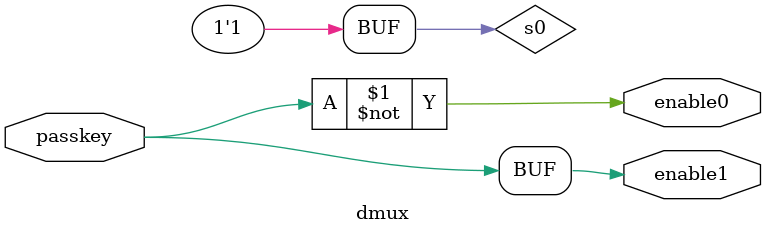
<source format=v>
module dmux (
  
     input passkey,
	  output wire enable0,
	  output wire enable1
	  );

reg s0 = 1'b1;
assign enable0 = s0 & (~passkey);
assign enable1 = s0 & (passkey);	  

endmodule
	  
	  
</source>
